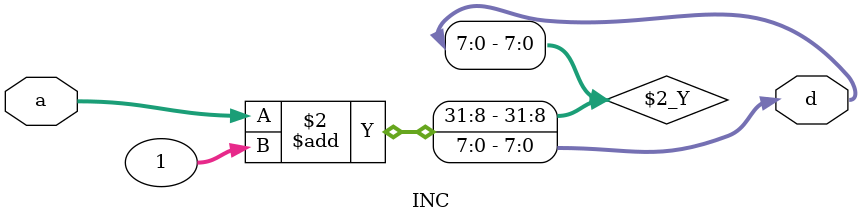
<source format=v>
`timescale 1ns / 1ps


module INC #(parameter DATAWIDTH = 8)(a, d);
    input [DATAWIDTH -1:0] a;
    output reg [DATAWIDTH-1:0] d;
    
    
    always @(a) begin
        d <= a + 1;
    end
 endmodule
</source>
